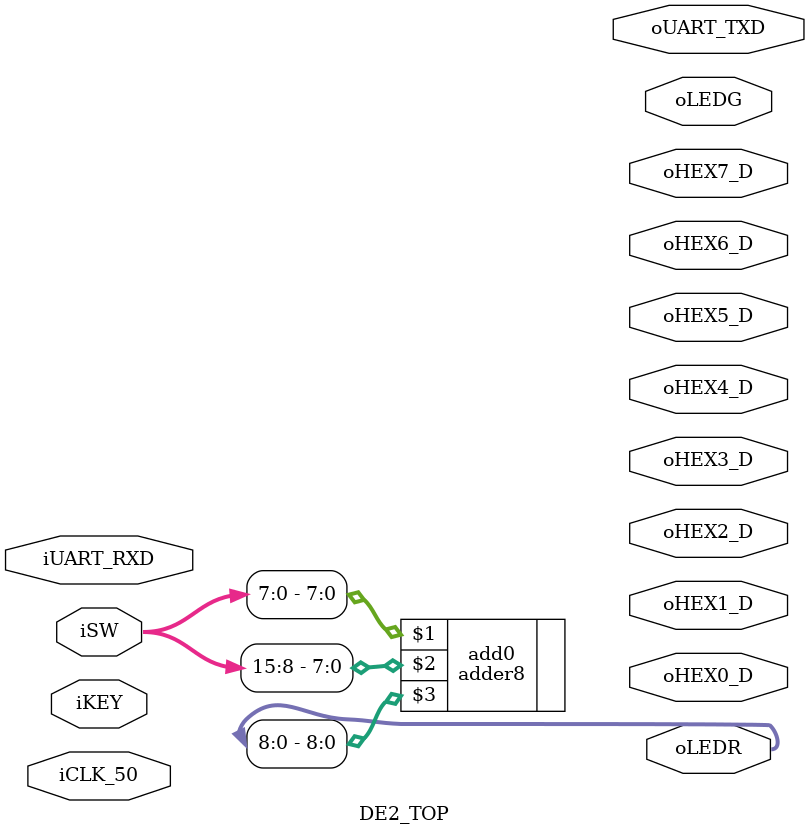
<source format=sv>

module DE2_TOP (
////////////////////////	Clock Input	 	////////////////////////
  input logic	iCLK_50,				//	50 MHz
////////////////////////	Push Button		////////////////////////
  input logic [3:0] iKEY,				//	Pushbutton[3:0]
////////////////////////	DPDT Switch		////////////////////////
  input logic [17:0] iSW,				//	Toggle Switch[17:0]
////////////////////////	7-SEG Dispaly	////////////////////////
  output logic [6:0] oHEX0_D,				//	Seven Segment Digit 0
  output logic [6:0] oHEX1_D,				//	Seven Segment Digit 1
  output logic [6:0] oHEX2_D,				//	Seven Segment Digit 2
  output logic [6:0] oHEX3_D,				//	Seven Segment Digit 3
  output logic [6:0] oHEX4_D,				//	Seven Segment Digit 4
  output logic [6:0] oHEX5_D,				//	Seven Segment Digit 5
  output logic [6:0] oHEX6_D,				//	Seven Segment Digit 6
  output logic [6:0] oHEX7_D,				//	Seven Segment Digit 7
////////////////////////////	LED		////////////////////////////
  output logic [7:0] oLEDG,				//	LED Green[8:0]
  output logic [17:0] oLEDR,				//	LED Red[17:0]
////////////////////////////	UART	////////////////////////////
  output logic oUART_TXD,				//	UART Transmitter
  input logic iUART_RXD					//	UART Receiver
);

//===========================================================================
// PARAMETER declarations
//===========================================================================


///////////////////////////////////////////////////////////////////
//=============================================================================
// REG/WIRE declarations
//=============================================================================



//=============================================================================
// Structural coding
//=============================================================================
  adder8 add0(iSW[7:0],iSW[15:8],oLEDR[8:0]);

endmodule


</source>
